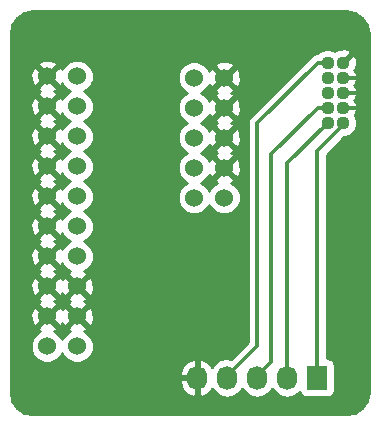
<source format=gbl>
%TF.GenerationSoftware,KiCad,Pcbnew,4.0.5-e0-6337~49~ubuntu16.04.1*%
%TF.CreationDate,2017-08-05T15:29:30-07:00*%
%TF.ProjectId,atsamd21g18-jtag-stlinkv2-adapter,617473616D6432316731382D6A746167,1.0*%
%TF.FileFunction,Copper,L2,Bot,Signal*%
%FSLAX46Y46*%
G04 Gerber Fmt 4.6, Leading zero omitted, Abs format (unit mm)*
G04 Created by KiCad (PCBNEW 4.0.5-e0-6337~49~ubuntu16.04.1) date Sat Aug  5 15:29:30 2017*
%MOMM*%
%LPD*%
G01*
G04 APERTURE LIST*
%ADD10C,0.350000*%
%ADD11R,1.727200X2.032000*%
%ADD12O,1.727200X2.032000*%
%ADD13C,1.524000*%
%ADD14C,1.117600*%
%ADD15C,0.330200*%
%ADD16C,0.254000*%
%ADD17C,0.350000*%
G04 APERTURE END LIST*
D10*
D11*
X100330000Y-90170000D03*
D12*
X97790000Y-90170000D03*
X95250000Y-90170000D03*
X92710000Y-90170000D03*
X90170000Y-90170000D03*
D13*
X89916000Y-74930000D03*
X89916000Y-72390000D03*
X89916000Y-69850000D03*
X89916000Y-67310000D03*
X89916000Y-64770000D03*
X92456000Y-74930000D03*
X92456000Y-72390000D03*
X92456000Y-69850000D03*
X92456000Y-67310000D03*
X92456000Y-64770000D03*
X77470000Y-87503000D03*
X77470000Y-84963000D03*
X77470000Y-82423000D03*
X77470000Y-79883000D03*
X77470000Y-77343000D03*
X80010000Y-87503000D03*
X80010000Y-84963000D03*
X80010000Y-82423000D03*
X80010000Y-79883000D03*
X80010000Y-77343000D03*
X80010000Y-67183000D03*
X77470000Y-69723000D03*
X77470000Y-67183000D03*
X77470000Y-64643000D03*
X80010000Y-69723000D03*
X80010000Y-64643000D03*
X80010000Y-72263000D03*
X77470000Y-74803000D03*
X77470000Y-72263000D03*
X80010000Y-74803000D03*
D14*
X101219000Y-68580000D03*
X102489000Y-68580000D03*
X101219000Y-67310000D03*
X102489000Y-67310000D03*
X101219000Y-66040000D03*
X102489000Y-66040000D03*
X101219000Y-64770000D03*
X102489000Y-64770000D03*
X101219000Y-63500000D03*
X102489000Y-63500000D03*
D15*
X100330000Y-90170000D02*
X100330000Y-70953886D01*
X100330000Y-70953886D02*
X102489000Y-68794886D01*
X102489000Y-68794886D02*
X102489000Y-68580000D01*
X102489000Y-67310000D02*
X104140000Y-67310000D01*
X102489000Y-66040000D02*
X104140000Y-66040000D01*
X102489000Y-64770000D02*
X104140000Y-64770000D01*
X97790000Y-90170000D02*
X97790000Y-72009000D01*
X97790000Y-72009000D02*
X101219000Y-68580000D01*
X100392817Y-67310000D02*
X101219000Y-67310000D01*
X96443800Y-71259017D02*
X100392817Y-67310000D01*
X96443800Y-88823800D02*
X96443800Y-71259017D01*
X95250000Y-90017600D02*
X96443800Y-88823800D01*
X95250000Y-90170000D02*
X95250000Y-90017600D01*
X95250000Y-87477600D02*
X95250000Y-68642817D01*
X95250000Y-68642817D02*
X100392817Y-63500000D01*
X100392817Y-63500000D02*
X101219000Y-63500000D01*
X92710000Y-90170000D02*
X92710000Y-90017600D01*
X92710000Y-90017600D02*
X95250000Y-87477600D01*
D16*
G36*
X103564520Y-59283282D02*
X104153304Y-59676696D01*
X104546719Y-60265482D01*
X104698800Y-61030044D01*
X104698800Y-91369956D01*
X104546719Y-92134518D01*
X104153304Y-92723304D01*
X103564520Y-93116718D01*
X102799955Y-93268800D01*
X76270044Y-93268800D01*
X75505482Y-93116719D01*
X74916696Y-92723304D01*
X74523282Y-92134520D01*
X74371200Y-91369955D01*
X74371200Y-90531913D01*
X88684816Y-90531913D01*
X88878046Y-91084320D01*
X89267964Y-91520732D01*
X89795209Y-91774709D01*
X89810974Y-91777358D01*
X90043000Y-91656217D01*
X90043000Y-90297000D01*
X88829076Y-90297000D01*
X88684816Y-90531913D01*
X74371200Y-90531913D01*
X74371200Y-89808087D01*
X88684816Y-89808087D01*
X88829076Y-90043000D01*
X90043000Y-90043000D01*
X90043000Y-88683783D01*
X90297000Y-88683783D01*
X90297000Y-90043000D01*
X90317000Y-90043000D01*
X90317000Y-90297000D01*
X90297000Y-90297000D01*
X90297000Y-91656217D01*
X90529026Y-91777358D01*
X90544791Y-91774709D01*
X91072036Y-91520732D01*
X91443539Y-91104931D01*
X91650330Y-91414415D01*
X92136511Y-91739271D01*
X92710000Y-91853345D01*
X93283489Y-91739271D01*
X93769670Y-91414415D01*
X93980000Y-91099634D01*
X94190330Y-91414415D01*
X94676511Y-91739271D01*
X95250000Y-91853345D01*
X95823489Y-91739271D01*
X96309670Y-91414415D01*
X96520000Y-91099634D01*
X96730330Y-91414415D01*
X97216511Y-91739271D01*
X97790000Y-91853345D01*
X98363489Y-91739271D01*
X98849670Y-91414415D01*
X98859243Y-91400087D01*
X98863238Y-91421317D01*
X99002310Y-91637441D01*
X99214510Y-91782431D01*
X99466400Y-91833440D01*
X101193600Y-91833440D01*
X101428917Y-91789162D01*
X101645041Y-91650090D01*
X101790031Y-91437890D01*
X101841040Y-91186000D01*
X101841040Y-89154000D01*
X101796762Y-88918683D01*
X101657690Y-88702559D01*
X101445490Y-88557569D01*
X101193600Y-88506560D01*
X101130100Y-88506560D01*
X101130100Y-71285298D01*
X102641464Y-69773934D01*
X102725420Y-69774007D01*
X103164350Y-69592645D01*
X103500464Y-69257116D01*
X103682592Y-68818503D01*
X103683007Y-68343580D01*
X103510211Y-67925381D01*
X103542999Y-67918795D01*
X103695744Y-67469105D01*
X103664774Y-66995193D01*
X103542999Y-66701205D01*
X103412531Y-66675000D01*
X103542999Y-66648795D01*
X103695744Y-66199105D01*
X103664774Y-65725193D01*
X103542999Y-65431205D01*
X103412531Y-65405000D01*
X103542999Y-65378795D01*
X103695744Y-64929105D01*
X103664774Y-64455193D01*
X103542999Y-64161205D01*
X103412531Y-64135000D01*
X103542999Y-64108795D01*
X103695744Y-63659105D01*
X103664774Y-63185193D01*
X103542999Y-62891205D01*
X103321824Y-62846781D01*
X102668605Y-63500000D01*
X102682748Y-63514143D01*
X102632622Y-63564268D01*
X102412732Y-63578638D01*
X102412916Y-63368194D01*
X102474858Y-63306253D01*
X102489000Y-63320395D01*
X103142219Y-62667176D01*
X103097795Y-62446001D01*
X102648105Y-62293256D01*
X102174193Y-62324226D01*
X101880205Y-62446001D01*
X101873544Y-62479163D01*
X101457503Y-62306408D01*
X100982580Y-62305993D01*
X100543650Y-62487355D01*
X100315286Y-62715322D01*
X100086632Y-62760804D01*
X99827061Y-62934244D01*
X94684244Y-68077061D01*
X94510804Y-68336632D01*
X94449900Y-68642817D01*
X94449900Y-87146188D01*
X93043163Y-88552925D01*
X92710000Y-88486655D01*
X92136511Y-88600729D01*
X91650330Y-88925585D01*
X91443539Y-89235069D01*
X91072036Y-88819268D01*
X90544791Y-88565291D01*
X90529026Y-88562642D01*
X90297000Y-88683783D01*
X90043000Y-88683783D01*
X89810974Y-88562642D01*
X89795209Y-88565291D01*
X89267964Y-88819268D01*
X88878046Y-89255680D01*
X88684816Y-89808087D01*
X74371200Y-89808087D01*
X74371200Y-87779661D01*
X76072758Y-87779661D01*
X76284990Y-88293303D01*
X76677630Y-88686629D01*
X77190900Y-88899757D01*
X77746661Y-88900242D01*
X78260303Y-88688010D01*
X78653629Y-88295370D01*
X78739949Y-88087488D01*
X78824990Y-88293303D01*
X79217630Y-88686629D01*
X79730900Y-88899757D01*
X80286661Y-88900242D01*
X80800303Y-88688010D01*
X81193629Y-88295370D01*
X81406757Y-87782100D01*
X81407242Y-87226339D01*
X81195010Y-86712697D01*
X80802370Y-86319371D01*
X80610273Y-86239605D01*
X80741143Y-86185397D01*
X80810608Y-85943213D01*
X80010000Y-85142605D01*
X79209392Y-85943213D01*
X79278857Y-86185397D01*
X79419318Y-86235509D01*
X79219697Y-86317990D01*
X78826371Y-86710630D01*
X78740051Y-86918512D01*
X78655010Y-86712697D01*
X78262370Y-86319371D01*
X78070273Y-86239605D01*
X78201143Y-86185397D01*
X78270608Y-85943213D01*
X77470000Y-85142605D01*
X76669392Y-85943213D01*
X76738857Y-86185397D01*
X76879318Y-86235509D01*
X76679697Y-86317990D01*
X76286371Y-86710630D01*
X76073243Y-87223900D01*
X76072758Y-87779661D01*
X74371200Y-87779661D01*
X74371200Y-84755302D01*
X76060856Y-84755302D01*
X76088638Y-85310368D01*
X76247603Y-85694143D01*
X76489787Y-85763608D01*
X77290395Y-84963000D01*
X77649605Y-84963000D01*
X78450213Y-85763608D01*
X78692397Y-85694143D01*
X78736453Y-85570656D01*
X78787603Y-85694143D01*
X79029787Y-85763608D01*
X79830395Y-84963000D01*
X80189605Y-84963000D01*
X80990213Y-85763608D01*
X81232397Y-85694143D01*
X81419144Y-85170698D01*
X81391362Y-84615632D01*
X81232397Y-84231857D01*
X80990213Y-84162392D01*
X80189605Y-84963000D01*
X79830395Y-84963000D01*
X79029787Y-84162392D01*
X78787603Y-84231857D01*
X78743547Y-84355344D01*
X78692397Y-84231857D01*
X78450213Y-84162392D01*
X77649605Y-84963000D01*
X77290395Y-84963000D01*
X76489787Y-84162392D01*
X76247603Y-84231857D01*
X76060856Y-84755302D01*
X74371200Y-84755302D01*
X74371200Y-83403213D01*
X76669392Y-83403213D01*
X76738857Y-83645397D01*
X76862344Y-83689453D01*
X76738857Y-83740603D01*
X76669392Y-83982787D01*
X77470000Y-84783395D01*
X78270608Y-83982787D01*
X78201143Y-83740603D01*
X78077656Y-83696547D01*
X78201143Y-83645397D01*
X78270608Y-83403213D01*
X79209392Y-83403213D01*
X79278857Y-83645397D01*
X79402344Y-83689453D01*
X79278857Y-83740603D01*
X79209392Y-83982787D01*
X80010000Y-84783395D01*
X80810608Y-83982787D01*
X80741143Y-83740603D01*
X80617656Y-83696547D01*
X80741143Y-83645397D01*
X80810608Y-83403213D01*
X80010000Y-82602605D01*
X79209392Y-83403213D01*
X78270608Y-83403213D01*
X77470000Y-82602605D01*
X76669392Y-83403213D01*
X74371200Y-83403213D01*
X74371200Y-82215302D01*
X76060856Y-82215302D01*
X76088638Y-82770368D01*
X76247603Y-83154143D01*
X76489787Y-83223608D01*
X77290395Y-82423000D01*
X77649605Y-82423000D01*
X78450213Y-83223608D01*
X78692397Y-83154143D01*
X78736453Y-83030656D01*
X78787603Y-83154143D01*
X79029787Y-83223608D01*
X79830395Y-82423000D01*
X80189605Y-82423000D01*
X80990213Y-83223608D01*
X81232397Y-83154143D01*
X81419144Y-82630698D01*
X81391362Y-82075632D01*
X81232397Y-81691857D01*
X80990213Y-81622392D01*
X80189605Y-82423000D01*
X79830395Y-82423000D01*
X79029787Y-81622392D01*
X78787603Y-81691857D01*
X78743547Y-81815344D01*
X78692397Y-81691857D01*
X78450213Y-81622392D01*
X77649605Y-82423000D01*
X77290395Y-82423000D01*
X76489787Y-81622392D01*
X76247603Y-81691857D01*
X76060856Y-82215302D01*
X74371200Y-82215302D01*
X74371200Y-80863213D01*
X76669392Y-80863213D01*
X76738857Y-81105397D01*
X76862344Y-81149453D01*
X76738857Y-81200603D01*
X76669392Y-81442787D01*
X77470000Y-82243395D01*
X78270608Y-81442787D01*
X78201143Y-81200603D01*
X78077656Y-81156547D01*
X78201143Y-81105397D01*
X78270608Y-80863213D01*
X77470000Y-80062605D01*
X76669392Y-80863213D01*
X74371200Y-80863213D01*
X74371200Y-79675302D01*
X76060856Y-79675302D01*
X76088638Y-80230368D01*
X76247603Y-80614143D01*
X76489787Y-80683608D01*
X77290395Y-79883000D01*
X76489787Y-79082392D01*
X76247603Y-79151857D01*
X76060856Y-79675302D01*
X74371200Y-79675302D01*
X74371200Y-78323213D01*
X76669392Y-78323213D01*
X76738857Y-78565397D01*
X76862344Y-78609453D01*
X76738857Y-78660603D01*
X76669392Y-78902787D01*
X77470000Y-79703395D01*
X78270608Y-78902787D01*
X78201143Y-78660603D01*
X78077656Y-78616547D01*
X78201143Y-78565397D01*
X78270608Y-78323213D01*
X77470000Y-77522605D01*
X76669392Y-78323213D01*
X74371200Y-78323213D01*
X74371200Y-77135302D01*
X76060856Y-77135302D01*
X76088638Y-77690368D01*
X76247603Y-78074143D01*
X76489787Y-78143608D01*
X77290395Y-77343000D01*
X76489787Y-76542392D01*
X76247603Y-76611857D01*
X76060856Y-77135302D01*
X74371200Y-77135302D01*
X74371200Y-75783213D01*
X76669392Y-75783213D01*
X76738857Y-76025397D01*
X76862344Y-76069453D01*
X76738857Y-76120603D01*
X76669392Y-76362787D01*
X77470000Y-77163395D01*
X78270608Y-76362787D01*
X78201143Y-76120603D01*
X78077656Y-76076547D01*
X78201143Y-76025397D01*
X78270608Y-75783213D01*
X77470000Y-74982605D01*
X76669392Y-75783213D01*
X74371200Y-75783213D01*
X74371200Y-74595302D01*
X76060856Y-74595302D01*
X76088638Y-75150368D01*
X76247603Y-75534143D01*
X76489787Y-75603608D01*
X77290395Y-74803000D01*
X76489787Y-74002392D01*
X76247603Y-74071857D01*
X76060856Y-74595302D01*
X74371200Y-74595302D01*
X74371200Y-73243213D01*
X76669392Y-73243213D01*
X76738857Y-73485397D01*
X76862344Y-73529453D01*
X76738857Y-73580603D01*
X76669392Y-73822787D01*
X77470000Y-74623395D01*
X78270608Y-73822787D01*
X78201143Y-73580603D01*
X78077656Y-73536547D01*
X78201143Y-73485397D01*
X78270608Y-73243213D01*
X77470000Y-72442605D01*
X76669392Y-73243213D01*
X74371200Y-73243213D01*
X74371200Y-72055302D01*
X76060856Y-72055302D01*
X76088638Y-72610368D01*
X76247603Y-72994143D01*
X76489787Y-73063608D01*
X77290395Y-72263000D01*
X76489787Y-71462392D01*
X76247603Y-71531857D01*
X76060856Y-72055302D01*
X74371200Y-72055302D01*
X74371200Y-70703213D01*
X76669392Y-70703213D01*
X76738857Y-70945397D01*
X76862344Y-70989453D01*
X76738857Y-71040603D01*
X76669392Y-71282787D01*
X77470000Y-72083395D01*
X78270608Y-71282787D01*
X78201143Y-71040603D01*
X78077656Y-70996547D01*
X78201143Y-70945397D01*
X78270608Y-70703213D01*
X77470000Y-69902605D01*
X76669392Y-70703213D01*
X74371200Y-70703213D01*
X74371200Y-69515302D01*
X76060856Y-69515302D01*
X76088638Y-70070368D01*
X76247603Y-70454143D01*
X76489787Y-70523608D01*
X77290395Y-69723000D01*
X76489787Y-68922392D01*
X76247603Y-68991857D01*
X76060856Y-69515302D01*
X74371200Y-69515302D01*
X74371200Y-68163213D01*
X76669392Y-68163213D01*
X76738857Y-68405397D01*
X76862344Y-68449453D01*
X76738857Y-68500603D01*
X76669392Y-68742787D01*
X77470000Y-69543395D01*
X78270608Y-68742787D01*
X78201143Y-68500603D01*
X78077656Y-68456547D01*
X78201143Y-68405397D01*
X78270608Y-68163213D01*
X77470000Y-67362605D01*
X76669392Y-68163213D01*
X74371200Y-68163213D01*
X74371200Y-66975302D01*
X76060856Y-66975302D01*
X76088638Y-67530368D01*
X76247603Y-67914143D01*
X76489787Y-67983608D01*
X77290395Y-67183000D01*
X76489787Y-66382392D01*
X76247603Y-66451857D01*
X76060856Y-66975302D01*
X74371200Y-66975302D01*
X74371200Y-65623213D01*
X76669392Y-65623213D01*
X76738857Y-65865397D01*
X76862344Y-65909453D01*
X76738857Y-65960603D01*
X76669392Y-66202787D01*
X77470000Y-67003395D01*
X78270608Y-66202787D01*
X78201143Y-65960603D01*
X78077656Y-65916547D01*
X78201143Y-65865397D01*
X78270608Y-65623213D01*
X77470000Y-64822605D01*
X76669392Y-65623213D01*
X74371200Y-65623213D01*
X74371200Y-64435302D01*
X76060856Y-64435302D01*
X76088638Y-64990368D01*
X76247603Y-65374143D01*
X76489787Y-65443608D01*
X77290395Y-64643000D01*
X77649605Y-64643000D01*
X78450213Y-65443608D01*
X78692397Y-65374143D01*
X78742509Y-65233682D01*
X78824990Y-65433303D01*
X79217630Y-65826629D01*
X79425512Y-65912949D01*
X79219697Y-65997990D01*
X78826371Y-66390630D01*
X78746605Y-66582727D01*
X78692397Y-66451857D01*
X78450213Y-66382392D01*
X77649605Y-67183000D01*
X78450213Y-67983608D01*
X78692397Y-67914143D01*
X78742509Y-67773682D01*
X78824990Y-67973303D01*
X79217630Y-68366629D01*
X79425512Y-68452949D01*
X79219697Y-68537990D01*
X78826371Y-68930630D01*
X78746605Y-69122727D01*
X78692397Y-68991857D01*
X78450213Y-68922392D01*
X77649605Y-69723000D01*
X78450213Y-70523608D01*
X78692397Y-70454143D01*
X78742509Y-70313682D01*
X78824990Y-70513303D01*
X79217630Y-70906629D01*
X79425512Y-70992949D01*
X79219697Y-71077990D01*
X78826371Y-71470630D01*
X78746605Y-71662727D01*
X78692397Y-71531857D01*
X78450213Y-71462392D01*
X77649605Y-72263000D01*
X78450213Y-73063608D01*
X78692397Y-72994143D01*
X78742509Y-72853682D01*
X78824990Y-73053303D01*
X79217630Y-73446629D01*
X79425512Y-73532949D01*
X79219697Y-73617990D01*
X78826371Y-74010630D01*
X78746605Y-74202727D01*
X78692397Y-74071857D01*
X78450213Y-74002392D01*
X77649605Y-74803000D01*
X78450213Y-75603608D01*
X78692397Y-75534143D01*
X78742509Y-75393682D01*
X78824990Y-75593303D01*
X79217630Y-75986629D01*
X79425512Y-76072949D01*
X79219697Y-76157990D01*
X78826371Y-76550630D01*
X78746605Y-76742727D01*
X78692397Y-76611857D01*
X78450213Y-76542392D01*
X77649605Y-77343000D01*
X78450213Y-78143608D01*
X78692397Y-78074143D01*
X78742509Y-77933682D01*
X78824990Y-78133303D01*
X79217630Y-78526629D01*
X79425512Y-78612949D01*
X79219697Y-78697990D01*
X78826371Y-79090630D01*
X78746605Y-79282727D01*
X78692397Y-79151857D01*
X78450213Y-79082392D01*
X77649605Y-79883000D01*
X78450213Y-80683608D01*
X78692397Y-80614143D01*
X78742509Y-80473682D01*
X78824990Y-80673303D01*
X79217630Y-81066629D01*
X79409727Y-81146395D01*
X79278857Y-81200603D01*
X79209392Y-81442787D01*
X80010000Y-82243395D01*
X80810608Y-81442787D01*
X80741143Y-81200603D01*
X80600682Y-81150491D01*
X80800303Y-81068010D01*
X81193629Y-80675370D01*
X81406757Y-80162100D01*
X81407242Y-79606339D01*
X81195010Y-79092697D01*
X80802370Y-78699371D01*
X80594488Y-78613051D01*
X80800303Y-78528010D01*
X81193629Y-78135370D01*
X81406757Y-77622100D01*
X81407242Y-77066339D01*
X81195010Y-76552697D01*
X80802370Y-76159371D01*
X80594488Y-76073051D01*
X80800303Y-75988010D01*
X81193629Y-75595370D01*
X81406757Y-75082100D01*
X81407242Y-74526339D01*
X81195010Y-74012697D01*
X80802370Y-73619371D01*
X80594488Y-73533051D01*
X80800303Y-73448010D01*
X81193629Y-73055370D01*
X81406757Y-72542100D01*
X81407242Y-71986339D01*
X81195010Y-71472697D01*
X80802370Y-71079371D01*
X80594488Y-70993051D01*
X80800303Y-70908010D01*
X81193629Y-70515370D01*
X81406757Y-70002100D01*
X81407242Y-69446339D01*
X81195010Y-68932697D01*
X80802370Y-68539371D01*
X80594488Y-68453051D01*
X80800303Y-68368010D01*
X81193629Y-67975370D01*
X81406757Y-67462100D01*
X81407242Y-66906339D01*
X81195010Y-66392697D01*
X80802370Y-65999371D01*
X80594488Y-65913051D01*
X80800303Y-65828010D01*
X81193629Y-65435370D01*
X81355034Y-65046661D01*
X88518758Y-65046661D01*
X88730990Y-65560303D01*
X89123630Y-65953629D01*
X89331512Y-66039949D01*
X89125697Y-66124990D01*
X88732371Y-66517630D01*
X88519243Y-67030900D01*
X88518758Y-67586661D01*
X88730990Y-68100303D01*
X89123630Y-68493629D01*
X89331512Y-68579949D01*
X89125697Y-68664990D01*
X88732371Y-69057630D01*
X88519243Y-69570900D01*
X88518758Y-70126661D01*
X88730990Y-70640303D01*
X89123630Y-71033629D01*
X89331512Y-71119949D01*
X89125697Y-71204990D01*
X88732371Y-71597630D01*
X88519243Y-72110900D01*
X88518758Y-72666661D01*
X88730990Y-73180303D01*
X89123630Y-73573629D01*
X89331512Y-73659949D01*
X89125697Y-73744990D01*
X88732371Y-74137630D01*
X88519243Y-74650900D01*
X88518758Y-75206661D01*
X88730990Y-75720303D01*
X89123630Y-76113629D01*
X89636900Y-76326757D01*
X90192661Y-76327242D01*
X90706303Y-76115010D01*
X91099629Y-75722370D01*
X91185949Y-75514488D01*
X91270990Y-75720303D01*
X91663630Y-76113629D01*
X92176900Y-76326757D01*
X92732661Y-76327242D01*
X93246303Y-76115010D01*
X93639629Y-75722370D01*
X93852757Y-75209100D01*
X93853242Y-74653339D01*
X93641010Y-74139697D01*
X93248370Y-73746371D01*
X93056273Y-73666605D01*
X93187143Y-73612397D01*
X93256608Y-73370213D01*
X92456000Y-72569605D01*
X91655392Y-73370213D01*
X91724857Y-73612397D01*
X91865318Y-73662509D01*
X91665697Y-73744990D01*
X91272371Y-74137630D01*
X91186051Y-74345512D01*
X91101010Y-74139697D01*
X90708370Y-73746371D01*
X90500488Y-73660051D01*
X90706303Y-73575010D01*
X91099629Y-73182370D01*
X91179395Y-72990273D01*
X91233603Y-73121143D01*
X91475787Y-73190608D01*
X92276395Y-72390000D01*
X92635605Y-72390000D01*
X93436213Y-73190608D01*
X93678397Y-73121143D01*
X93865144Y-72597698D01*
X93837362Y-72042632D01*
X93678397Y-71658857D01*
X93436213Y-71589392D01*
X92635605Y-72390000D01*
X92276395Y-72390000D01*
X91475787Y-71589392D01*
X91233603Y-71658857D01*
X91183491Y-71799318D01*
X91101010Y-71599697D01*
X90708370Y-71206371D01*
X90500488Y-71120051D01*
X90706303Y-71035010D01*
X90911457Y-70830213D01*
X91655392Y-70830213D01*
X91724857Y-71072397D01*
X91848344Y-71116453D01*
X91724857Y-71167603D01*
X91655392Y-71409787D01*
X92456000Y-72210395D01*
X93256608Y-71409787D01*
X93187143Y-71167603D01*
X93063656Y-71123547D01*
X93187143Y-71072397D01*
X93256608Y-70830213D01*
X92456000Y-70029605D01*
X91655392Y-70830213D01*
X90911457Y-70830213D01*
X91099629Y-70642370D01*
X91179395Y-70450273D01*
X91233603Y-70581143D01*
X91475787Y-70650608D01*
X92276395Y-69850000D01*
X92635605Y-69850000D01*
X93436213Y-70650608D01*
X93678397Y-70581143D01*
X93865144Y-70057698D01*
X93837362Y-69502632D01*
X93678397Y-69118857D01*
X93436213Y-69049392D01*
X92635605Y-69850000D01*
X92276395Y-69850000D01*
X91475787Y-69049392D01*
X91233603Y-69118857D01*
X91183491Y-69259318D01*
X91101010Y-69059697D01*
X90708370Y-68666371D01*
X90500488Y-68580051D01*
X90706303Y-68495010D01*
X90911457Y-68290213D01*
X91655392Y-68290213D01*
X91724857Y-68532397D01*
X91848344Y-68576453D01*
X91724857Y-68627603D01*
X91655392Y-68869787D01*
X92456000Y-69670395D01*
X93256608Y-68869787D01*
X93187143Y-68627603D01*
X93063656Y-68583547D01*
X93187143Y-68532397D01*
X93256608Y-68290213D01*
X92456000Y-67489605D01*
X91655392Y-68290213D01*
X90911457Y-68290213D01*
X91099629Y-68102370D01*
X91179395Y-67910273D01*
X91233603Y-68041143D01*
X91475787Y-68110608D01*
X92276395Y-67310000D01*
X92635605Y-67310000D01*
X93436213Y-68110608D01*
X93678397Y-68041143D01*
X93865144Y-67517698D01*
X93837362Y-66962632D01*
X93678397Y-66578857D01*
X93436213Y-66509392D01*
X92635605Y-67310000D01*
X92276395Y-67310000D01*
X91475787Y-66509392D01*
X91233603Y-66578857D01*
X91183491Y-66719318D01*
X91101010Y-66519697D01*
X90708370Y-66126371D01*
X90500488Y-66040051D01*
X90706303Y-65955010D01*
X90911457Y-65750213D01*
X91655392Y-65750213D01*
X91724857Y-65992397D01*
X91848344Y-66036453D01*
X91724857Y-66087603D01*
X91655392Y-66329787D01*
X92456000Y-67130395D01*
X93256608Y-66329787D01*
X93187143Y-66087603D01*
X93063656Y-66043547D01*
X93187143Y-65992397D01*
X93256608Y-65750213D01*
X92456000Y-64949605D01*
X91655392Y-65750213D01*
X90911457Y-65750213D01*
X91099629Y-65562370D01*
X91179395Y-65370273D01*
X91233603Y-65501143D01*
X91475787Y-65570608D01*
X92276395Y-64770000D01*
X92635605Y-64770000D01*
X93436213Y-65570608D01*
X93678397Y-65501143D01*
X93865144Y-64977698D01*
X93837362Y-64422632D01*
X93678397Y-64038857D01*
X93436213Y-63969392D01*
X92635605Y-64770000D01*
X92276395Y-64770000D01*
X91475787Y-63969392D01*
X91233603Y-64038857D01*
X91183491Y-64179318D01*
X91101010Y-63979697D01*
X90911432Y-63789787D01*
X91655392Y-63789787D01*
X92456000Y-64590395D01*
X93256608Y-63789787D01*
X93187143Y-63547603D01*
X92663698Y-63360856D01*
X92108632Y-63388638D01*
X91724857Y-63547603D01*
X91655392Y-63789787D01*
X90911432Y-63789787D01*
X90708370Y-63586371D01*
X90195100Y-63373243D01*
X89639339Y-63372758D01*
X89125697Y-63584990D01*
X88732371Y-63977630D01*
X88519243Y-64490900D01*
X88518758Y-65046661D01*
X81355034Y-65046661D01*
X81406757Y-64922100D01*
X81407242Y-64366339D01*
X81195010Y-63852697D01*
X80802370Y-63459371D01*
X80289100Y-63246243D01*
X79733339Y-63245758D01*
X79219697Y-63457990D01*
X78826371Y-63850630D01*
X78746605Y-64042727D01*
X78692397Y-63911857D01*
X78450213Y-63842392D01*
X77649605Y-64643000D01*
X77290395Y-64643000D01*
X76489787Y-63842392D01*
X76247603Y-63911857D01*
X76060856Y-64435302D01*
X74371200Y-64435302D01*
X74371200Y-63662787D01*
X76669392Y-63662787D01*
X77470000Y-64463395D01*
X78270608Y-63662787D01*
X78201143Y-63420603D01*
X77677698Y-63233856D01*
X77122632Y-63261638D01*
X76738857Y-63420603D01*
X76669392Y-63662787D01*
X74371200Y-63662787D01*
X74371200Y-61030045D01*
X74523282Y-60265480D01*
X74916696Y-59676696D01*
X75505482Y-59283281D01*
X76270044Y-59131200D01*
X102799955Y-59131200D01*
X103564520Y-59283282D01*
X103564520Y-59283282D01*
G37*
X103564520Y-59283282D02*
X104153304Y-59676696D01*
X104546719Y-60265482D01*
X104698800Y-61030044D01*
X104698800Y-91369956D01*
X104546719Y-92134518D01*
X104153304Y-92723304D01*
X103564520Y-93116718D01*
X102799955Y-93268800D01*
X76270044Y-93268800D01*
X75505482Y-93116719D01*
X74916696Y-92723304D01*
X74523282Y-92134520D01*
X74371200Y-91369955D01*
X74371200Y-90531913D01*
X88684816Y-90531913D01*
X88878046Y-91084320D01*
X89267964Y-91520732D01*
X89795209Y-91774709D01*
X89810974Y-91777358D01*
X90043000Y-91656217D01*
X90043000Y-90297000D01*
X88829076Y-90297000D01*
X88684816Y-90531913D01*
X74371200Y-90531913D01*
X74371200Y-89808087D01*
X88684816Y-89808087D01*
X88829076Y-90043000D01*
X90043000Y-90043000D01*
X90043000Y-88683783D01*
X90297000Y-88683783D01*
X90297000Y-90043000D01*
X90317000Y-90043000D01*
X90317000Y-90297000D01*
X90297000Y-90297000D01*
X90297000Y-91656217D01*
X90529026Y-91777358D01*
X90544791Y-91774709D01*
X91072036Y-91520732D01*
X91443539Y-91104931D01*
X91650330Y-91414415D01*
X92136511Y-91739271D01*
X92710000Y-91853345D01*
X93283489Y-91739271D01*
X93769670Y-91414415D01*
X93980000Y-91099634D01*
X94190330Y-91414415D01*
X94676511Y-91739271D01*
X95250000Y-91853345D01*
X95823489Y-91739271D01*
X96309670Y-91414415D01*
X96520000Y-91099634D01*
X96730330Y-91414415D01*
X97216511Y-91739271D01*
X97790000Y-91853345D01*
X98363489Y-91739271D01*
X98849670Y-91414415D01*
X98859243Y-91400087D01*
X98863238Y-91421317D01*
X99002310Y-91637441D01*
X99214510Y-91782431D01*
X99466400Y-91833440D01*
X101193600Y-91833440D01*
X101428917Y-91789162D01*
X101645041Y-91650090D01*
X101790031Y-91437890D01*
X101841040Y-91186000D01*
X101841040Y-89154000D01*
X101796762Y-88918683D01*
X101657690Y-88702559D01*
X101445490Y-88557569D01*
X101193600Y-88506560D01*
X101130100Y-88506560D01*
X101130100Y-71285298D01*
X102641464Y-69773934D01*
X102725420Y-69774007D01*
X103164350Y-69592645D01*
X103500464Y-69257116D01*
X103682592Y-68818503D01*
X103683007Y-68343580D01*
X103510211Y-67925381D01*
X103542999Y-67918795D01*
X103695744Y-67469105D01*
X103664774Y-66995193D01*
X103542999Y-66701205D01*
X103412531Y-66675000D01*
X103542999Y-66648795D01*
X103695744Y-66199105D01*
X103664774Y-65725193D01*
X103542999Y-65431205D01*
X103412531Y-65405000D01*
X103542999Y-65378795D01*
X103695744Y-64929105D01*
X103664774Y-64455193D01*
X103542999Y-64161205D01*
X103412531Y-64135000D01*
X103542999Y-64108795D01*
X103695744Y-63659105D01*
X103664774Y-63185193D01*
X103542999Y-62891205D01*
X103321824Y-62846781D01*
X102668605Y-63500000D01*
X102682748Y-63514143D01*
X102632622Y-63564268D01*
X102412732Y-63578638D01*
X102412916Y-63368194D01*
X102474858Y-63306253D01*
X102489000Y-63320395D01*
X103142219Y-62667176D01*
X103097795Y-62446001D01*
X102648105Y-62293256D01*
X102174193Y-62324226D01*
X101880205Y-62446001D01*
X101873544Y-62479163D01*
X101457503Y-62306408D01*
X100982580Y-62305993D01*
X100543650Y-62487355D01*
X100315286Y-62715322D01*
X100086632Y-62760804D01*
X99827061Y-62934244D01*
X94684244Y-68077061D01*
X94510804Y-68336632D01*
X94449900Y-68642817D01*
X94449900Y-87146188D01*
X93043163Y-88552925D01*
X92710000Y-88486655D01*
X92136511Y-88600729D01*
X91650330Y-88925585D01*
X91443539Y-89235069D01*
X91072036Y-88819268D01*
X90544791Y-88565291D01*
X90529026Y-88562642D01*
X90297000Y-88683783D01*
X90043000Y-88683783D01*
X89810974Y-88562642D01*
X89795209Y-88565291D01*
X89267964Y-88819268D01*
X88878046Y-89255680D01*
X88684816Y-89808087D01*
X74371200Y-89808087D01*
X74371200Y-87779661D01*
X76072758Y-87779661D01*
X76284990Y-88293303D01*
X76677630Y-88686629D01*
X77190900Y-88899757D01*
X77746661Y-88900242D01*
X78260303Y-88688010D01*
X78653629Y-88295370D01*
X78739949Y-88087488D01*
X78824990Y-88293303D01*
X79217630Y-88686629D01*
X79730900Y-88899757D01*
X80286661Y-88900242D01*
X80800303Y-88688010D01*
X81193629Y-88295370D01*
X81406757Y-87782100D01*
X81407242Y-87226339D01*
X81195010Y-86712697D01*
X80802370Y-86319371D01*
X80610273Y-86239605D01*
X80741143Y-86185397D01*
X80810608Y-85943213D01*
X80010000Y-85142605D01*
X79209392Y-85943213D01*
X79278857Y-86185397D01*
X79419318Y-86235509D01*
X79219697Y-86317990D01*
X78826371Y-86710630D01*
X78740051Y-86918512D01*
X78655010Y-86712697D01*
X78262370Y-86319371D01*
X78070273Y-86239605D01*
X78201143Y-86185397D01*
X78270608Y-85943213D01*
X77470000Y-85142605D01*
X76669392Y-85943213D01*
X76738857Y-86185397D01*
X76879318Y-86235509D01*
X76679697Y-86317990D01*
X76286371Y-86710630D01*
X76073243Y-87223900D01*
X76072758Y-87779661D01*
X74371200Y-87779661D01*
X74371200Y-84755302D01*
X76060856Y-84755302D01*
X76088638Y-85310368D01*
X76247603Y-85694143D01*
X76489787Y-85763608D01*
X77290395Y-84963000D01*
X77649605Y-84963000D01*
X78450213Y-85763608D01*
X78692397Y-85694143D01*
X78736453Y-85570656D01*
X78787603Y-85694143D01*
X79029787Y-85763608D01*
X79830395Y-84963000D01*
X80189605Y-84963000D01*
X80990213Y-85763608D01*
X81232397Y-85694143D01*
X81419144Y-85170698D01*
X81391362Y-84615632D01*
X81232397Y-84231857D01*
X80990213Y-84162392D01*
X80189605Y-84963000D01*
X79830395Y-84963000D01*
X79029787Y-84162392D01*
X78787603Y-84231857D01*
X78743547Y-84355344D01*
X78692397Y-84231857D01*
X78450213Y-84162392D01*
X77649605Y-84963000D01*
X77290395Y-84963000D01*
X76489787Y-84162392D01*
X76247603Y-84231857D01*
X76060856Y-84755302D01*
X74371200Y-84755302D01*
X74371200Y-83403213D01*
X76669392Y-83403213D01*
X76738857Y-83645397D01*
X76862344Y-83689453D01*
X76738857Y-83740603D01*
X76669392Y-83982787D01*
X77470000Y-84783395D01*
X78270608Y-83982787D01*
X78201143Y-83740603D01*
X78077656Y-83696547D01*
X78201143Y-83645397D01*
X78270608Y-83403213D01*
X79209392Y-83403213D01*
X79278857Y-83645397D01*
X79402344Y-83689453D01*
X79278857Y-83740603D01*
X79209392Y-83982787D01*
X80010000Y-84783395D01*
X80810608Y-83982787D01*
X80741143Y-83740603D01*
X80617656Y-83696547D01*
X80741143Y-83645397D01*
X80810608Y-83403213D01*
X80010000Y-82602605D01*
X79209392Y-83403213D01*
X78270608Y-83403213D01*
X77470000Y-82602605D01*
X76669392Y-83403213D01*
X74371200Y-83403213D01*
X74371200Y-82215302D01*
X76060856Y-82215302D01*
X76088638Y-82770368D01*
X76247603Y-83154143D01*
X76489787Y-83223608D01*
X77290395Y-82423000D01*
X77649605Y-82423000D01*
X78450213Y-83223608D01*
X78692397Y-83154143D01*
X78736453Y-83030656D01*
X78787603Y-83154143D01*
X79029787Y-83223608D01*
X79830395Y-82423000D01*
X80189605Y-82423000D01*
X80990213Y-83223608D01*
X81232397Y-83154143D01*
X81419144Y-82630698D01*
X81391362Y-82075632D01*
X81232397Y-81691857D01*
X80990213Y-81622392D01*
X80189605Y-82423000D01*
X79830395Y-82423000D01*
X79029787Y-81622392D01*
X78787603Y-81691857D01*
X78743547Y-81815344D01*
X78692397Y-81691857D01*
X78450213Y-81622392D01*
X77649605Y-82423000D01*
X77290395Y-82423000D01*
X76489787Y-81622392D01*
X76247603Y-81691857D01*
X76060856Y-82215302D01*
X74371200Y-82215302D01*
X74371200Y-80863213D01*
X76669392Y-80863213D01*
X76738857Y-81105397D01*
X76862344Y-81149453D01*
X76738857Y-81200603D01*
X76669392Y-81442787D01*
X77470000Y-82243395D01*
X78270608Y-81442787D01*
X78201143Y-81200603D01*
X78077656Y-81156547D01*
X78201143Y-81105397D01*
X78270608Y-80863213D01*
X77470000Y-80062605D01*
X76669392Y-80863213D01*
X74371200Y-80863213D01*
X74371200Y-79675302D01*
X76060856Y-79675302D01*
X76088638Y-80230368D01*
X76247603Y-80614143D01*
X76489787Y-80683608D01*
X77290395Y-79883000D01*
X76489787Y-79082392D01*
X76247603Y-79151857D01*
X76060856Y-79675302D01*
X74371200Y-79675302D01*
X74371200Y-78323213D01*
X76669392Y-78323213D01*
X76738857Y-78565397D01*
X76862344Y-78609453D01*
X76738857Y-78660603D01*
X76669392Y-78902787D01*
X77470000Y-79703395D01*
X78270608Y-78902787D01*
X78201143Y-78660603D01*
X78077656Y-78616547D01*
X78201143Y-78565397D01*
X78270608Y-78323213D01*
X77470000Y-77522605D01*
X76669392Y-78323213D01*
X74371200Y-78323213D01*
X74371200Y-77135302D01*
X76060856Y-77135302D01*
X76088638Y-77690368D01*
X76247603Y-78074143D01*
X76489787Y-78143608D01*
X77290395Y-77343000D01*
X76489787Y-76542392D01*
X76247603Y-76611857D01*
X76060856Y-77135302D01*
X74371200Y-77135302D01*
X74371200Y-75783213D01*
X76669392Y-75783213D01*
X76738857Y-76025397D01*
X76862344Y-76069453D01*
X76738857Y-76120603D01*
X76669392Y-76362787D01*
X77470000Y-77163395D01*
X78270608Y-76362787D01*
X78201143Y-76120603D01*
X78077656Y-76076547D01*
X78201143Y-76025397D01*
X78270608Y-75783213D01*
X77470000Y-74982605D01*
X76669392Y-75783213D01*
X74371200Y-75783213D01*
X74371200Y-74595302D01*
X76060856Y-74595302D01*
X76088638Y-75150368D01*
X76247603Y-75534143D01*
X76489787Y-75603608D01*
X77290395Y-74803000D01*
X76489787Y-74002392D01*
X76247603Y-74071857D01*
X76060856Y-74595302D01*
X74371200Y-74595302D01*
X74371200Y-73243213D01*
X76669392Y-73243213D01*
X76738857Y-73485397D01*
X76862344Y-73529453D01*
X76738857Y-73580603D01*
X76669392Y-73822787D01*
X77470000Y-74623395D01*
X78270608Y-73822787D01*
X78201143Y-73580603D01*
X78077656Y-73536547D01*
X78201143Y-73485397D01*
X78270608Y-73243213D01*
X77470000Y-72442605D01*
X76669392Y-73243213D01*
X74371200Y-73243213D01*
X74371200Y-72055302D01*
X76060856Y-72055302D01*
X76088638Y-72610368D01*
X76247603Y-72994143D01*
X76489787Y-73063608D01*
X77290395Y-72263000D01*
X76489787Y-71462392D01*
X76247603Y-71531857D01*
X76060856Y-72055302D01*
X74371200Y-72055302D01*
X74371200Y-70703213D01*
X76669392Y-70703213D01*
X76738857Y-70945397D01*
X76862344Y-70989453D01*
X76738857Y-71040603D01*
X76669392Y-71282787D01*
X77470000Y-72083395D01*
X78270608Y-71282787D01*
X78201143Y-71040603D01*
X78077656Y-70996547D01*
X78201143Y-70945397D01*
X78270608Y-70703213D01*
X77470000Y-69902605D01*
X76669392Y-70703213D01*
X74371200Y-70703213D01*
X74371200Y-69515302D01*
X76060856Y-69515302D01*
X76088638Y-70070368D01*
X76247603Y-70454143D01*
X76489787Y-70523608D01*
X77290395Y-69723000D01*
X76489787Y-68922392D01*
X76247603Y-68991857D01*
X76060856Y-69515302D01*
X74371200Y-69515302D01*
X74371200Y-68163213D01*
X76669392Y-68163213D01*
X76738857Y-68405397D01*
X76862344Y-68449453D01*
X76738857Y-68500603D01*
X76669392Y-68742787D01*
X77470000Y-69543395D01*
X78270608Y-68742787D01*
X78201143Y-68500603D01*
X78077656Y-68456547D01*
X78201143Y-68405397D01*
X78270608Y-68163213D01*
X77470000Y-67362605D01*
X76669392Y-68163213D01*
X74371200Y-68163213D01*
X74371200Y-66975302D01*
X76060856Y-66975302D01*
X76088638Y-67530368D01*
X76247603Y-67914143D01*
X76489787Y-67983608D01*
X77290395Y-67183000D01*
X76489787Y-66382392D01*
X76247603Y-66451857D01*
X76060856Y-66975302D01*
X74371200Y-66975302D01*
X74371200Y-65623213D01*
X76669392Y-65623213D01*
X76738857Y-65865397D01*
X76862344Y-65909453D01*
X76738857Y-65960603D01*
X76669392Y-66202787D01*
X77470000Y-67003395D01*
X78270608Y-66202787D01*
X78201143Y-65960603D01*
X78077656Y-65916547D01*
X78201143Y-65865397D01*
X78270608Y-65623213D01*
X77470000Y-64822605D01*
X76669392Y-65623213D01*
X74371200Y-65623213D01*
X74371200Y-64435302D01*
X76060856Y-64435302D01*
X76088638Y-64990368D01*
X76247603Y-65374143D01*
X76489787Y-65443608D01*
X77290395Y-64643000D01*
X77649605Y-64643000D01*
X78450213Y-65443608D01*
X78692397Y-65374143D01*
X78742509Y-65233682D01*
X78824990Y-65433303D01*
X79217630Y-65826629D01*
X79425512Y-65912949D01*
X79219697Y-65997990D01*
X78826371Y-66390630D01*
X78746605Y-66582727D01*
X78692397Y-66451857D01*
X78450213Y-66382392D01*
X77649605Y-67183000D01*
X78450213Y-67983608D01*
X78692397Y-67914143D01*
X78742509Y-67773682D01*
X78824990Y-67973303D01*
X79217630Y-68366629D01*
X79425512Y-68452949D01*
X79219697Y-68537990D01*
X78826371Y-68930630D01*
X78746605Y-69122727D01*
X78692397Y-68991857D01*
X78450213Y-68922392D01*
X77649605Y-69723000D01*
X78450213Y-70523608D01*
X78692397Y-70454143D01*
X78742509Y-70313682D01*
X78824990Y-70513303D01*
X79217630Y-70906629D01*
X79425512Y-70992949D01*
X79219697Y-71077990D01*
X78826371Y-71470630D01*
X78746605Y-71662727D01*
X78692397Y-71531857D01*
X78450213Y-71462392D01*
X77649605Y-72263000D01*
X78450213Y-73063608D01*
X78692397Y-72994143D01*
X78742509Y-72853682D01*
X78824990Y-73053303D01*
X79217630Y-73446629D01*
X79425512Y-73532949D01*
X79219697Y-73617990D01*
X78826371Y-74010630D01*
X78746605Y-74202727D01*
X78692397Y-74071857D01*
X78450213Y-74002392D01*
X77649605Y-74803000D01*
X78450213Y-75603608D01*
X78692397Y-75534143D01*
X78742509Y-75393682D01*
X78824990Y-75593303D01*
X79217630Y-75986629D01*
X79425512Y-76072949D01*
X79219697Y-76157990D01*
X78826371Y-76550630D01*
X78746605Y-76742727D01*
X78692397Y-76611857D01*
X78450213Y-76542392D01*
X77649605Y-77343000D01*
X78450213Y-78143608D01*
X78692397Y-78074143D01*
X78742509Y-77933682D01*
X78824990Y-78133303D01*
X79217630Y-78526629D01*
X79425512Y-78612949D01*
X79219697Y-78697990D01*
X78826371Y-79090630D01*
X78746605Y-79282727D01*
X78692397Y-79151857D01*
X78450213Y-79082392D01*
X77649605Y-79883000D01*
X78450213Y-80683608D01*
X78692397Y-80614143D01*
X78742509Y-80473682D01*
X78824990Y-80673303D01*
X79217630Y-81066629D01*
X79409727Y-81146395D01*
X79278857Y-81200603D01*
X79209392Y-81442787D01*
X80010000Y-82243395D01*
X80810608Y-81442787D01*
X80741143Y-81200603D01*
X80600682Y-81150491D01*
X80800303Y-81068010D01*
X81193629Y-80675370D01*
X81406757Y-80162100D01*
X81407242Y-79606339D01*
X81195010Y-79092697D01*
X80802370Y-78699371D01*
X80594488Y-78613051D01*
X80800303Y-78528010D01*
X81193629Y-78135370D01*
X81406757Y-77622100D01*
X81407242Y-77066339D01*
X81195010Y-76552697D01*
X80802370Y-76159371D01*
X80594488Y-76073051D01*
X80800303Y-75988010D01*
X81193629Y-75595370D01*
X81406757Y-75082100D01*
X81407242Y-74526339D01*
X81195010Y-74012697D01*
X80802370Y-73619371D01*
X80594488Y-73533051D01*
X80800303Y-73448010D01*
X81193629Y-73055370D01*
X81406757Y-72542100D01*
X81407242Y-71986339D01*
X81195010Y-71472697D01*
X80802370Y-71079371D01*
X80594488Y-70993051D01*
X80800303Y-70908010D01*
X81193629Y-70515370D01*
X81406757Y-70002100D01*
X81407242Y-69446339D01*
X81195010Y-68932697D01*
X80802370Y-68539371D01*
X80594488Y-68453051D01*
X80800303Y-68368010D01*
X81193629Y-67975370D01*
X81406757Y-67462100D01*
X81407242Y-66906339D01*
X81195010Y-66392697D01*
X80802370Y-65999371D01*
X80594488Y-65913051D01*
X80800303Y-65828010D01*
X81193629Y-65435370D01*
X81355034Y-65046661D01*
X88518758Y-65046661D01*
X88730990Y-65560303D01*
X89123630Y-65953629D01*
X89331512Y-66039949D01*
X89125697Y-66124990D01*
X88732371Y-66517630D01*
X88519243Y-67030900D01*
X88518758Y-67586661D01*
X88730990Y-68100303D01*
X89123630Y-68493629D01*
X89331512Y-68579949D01*
X89125697Y-68664990D01*
X88732371Y-69057630D01*
X88519243Y-69570900D01*
X88518758Y-70126661D01*
X88730990Y-70640303D01*
X89123630Y-71033629D01*
X89331512Y-71119949D01*
X89125697Y-71204990D01*
X88732371Y-71597630D01*
X88519243Y-72110900D01*
X88518758Y-72666661D01*
X88730990Y-73180303D01*
X89123630Y-73573629D01*
X89331512Y-73659949D01*
X89125697Y-73744990D01*
X88732371Y-74137630D01*
X88519243Y-74650900D01*
X88518758Y-75206661D01*
X88730990Y-75720303D01*
X89123630Y-76113629D01*
X89636900Y-76326757D01*
X90192661Y-76327242D01*
X90706303Y-76115010D01*
X91099629Y-75722370D01*
X91185949Y-75514488D01*
X91270990Y-75720303D01*
X91663630Y-76113629D01*
X92176900Y-76326757D01*
X92732661Y-76327242D01*
X93246303Y-76115010D01*
X93639629Y-75722370D01*
X93852757Y-75209100D01*
X93853242Y-74653339D01*
X93641010Y-74139697D01*
X93248370Y-73746371D01*
X93056273Y-73666605D01*
X93187143Y-73612397D01*
X93256608Y-73370213D01*
X92456000Y-72569605D01*
X91655392Y-73370213D01*
X91724857Y-73612397D01*
X91865318Y-73662509D01*
X91665697Y-73744990D01*
X91272371Y-74137630D01*
X91186051Y-74345512D01*
X91101010Y-74139697D01*
X90708370Y-73746371D01*
X90500488Y-73660051D01*
X90706303Y-73575010D01*
X91099629Y-73182370D01*
X91179395Y-72990273D01*
X91233603Y-73121143D01*
X91475787Y-73190608D01*
X92276395Y-72390000D01*
X92635605Y-72390000D01*
X93436213Y-73190608D01*
X93678397Y-73121143D01*
X93865144Y-72597698D01*
X93837362Y-72042632D01*
X93678397Y-71658857D01*
X93436213Y-71589392D01*
X92635605Y-72390000D01*
X92276395Y-72390000D01*
X91475787Y-71589392D01*
X91233603Y-71658857D01*
X91183491Y-71799318D01*
X91101010Y-71599697D01*
X90708370Y-71206371D01*
X90500488Y-71120051D01*
X90706303Y-71035010D01*
X90911457Y-70830213D01*
X91655392Y-70830213D01*
X91724857Y-71072397D01*
X91848344Y-71116453D01*
X91724857Y-71167603D01*
X91655392Y-71409787D01*
X92456000Y-72210395D01*
X93256608Y-71409787D01*
X93187143Y-71167603D01*
X93063656Y-71123547D01*
X93187143Y-71072397D01*
X93256608Y-70830213D01*
X92456000Y-70029605D01*
X91655392Y-70830213D01*
X90911457Y-70830213D01*
X91099629Y-70642370D01*
X91179395Y-70450273D01*
X91233603Y-70581143D01*
X91475787Y-70650608D01*
X92276395Y-69850000D01*
X92635605Y-69850000D01*
X93436213Y-70650608D01*
X93678397Y-70581143D01*
X93865144Y-70057698D01*
X93837362Y-69502632D01*
X93678397Y-69118857D01*
X93436213Y-69049392D01*
X92635605Y-69850000D01*
X92276395Y-69850000D01*
X91475787Y-69049392D01*
X91233603Y-69118857D01*
X91183491Y-69259318D01*
X91101010Y-69059697D01*
X90708370Y-68666371D01*
X90500488Y-68580051D01*
X90706303Y-68495010D01*
X90911457Y-68290213D01*
X91655392Y-68290213D01*
X91724857Y-68532397D01*
X91848344Y-68576453D01*
X91724857Y-68627603D01*
X91655392Y-68869787D01*
X92456000Y-69670395D01*
X93256608Y-68869787D01*
X93187143Y-68627603D01*
X93063656Y-68583547D01*
X93187143Y-68532397D01*
X93256608Y-68290213D01*
X92456000Y-67489605D01*
X91655392Y-68290213D01*
X90911457Y-68290213D01*
X91099629Y-68102370D01*
X91179395Y-67910273D01*
X91233603Y-68041143D01*
X91475787Y-68110608D01*
X92276395Y-67310000D01*
X92635605Y-67310000D01*
X93436213Y-68110608D01*
X93678397Y-68041143D01*
X93865144Y-67517698D01*
X93837362Y-66962632D01*
X93678397Y-66578857D01*
X93436213Y-66509392D01*
X92635605Y-67310000D01*
X92276395Y-67310000D01*
X91475787Y-66509392D01*
X91233603Y-66578857D01*
X91183491Y-66719318D01*
X91101010Y-66519697D01*
X90708370Y-66126371D01*
X90500488Y-66040051D01*
X90706303Y-65955010D01*
X90911457Y-65750213D01*
X91655392Y-65750213D01*
X91724857Y-65992397D01*
X91848344Y-66036453D01*
X91724857Y-66087603D01*
X91655392Y-66329787D01*
X92456000Y-67130395D01*
X93256608Y-66329787D01*
X93187143Y-66087603D01*
X93063656Y-66043547D01*
X93187143Y-65992397D01*
X93256608Y-65750213D01*
X92456000Y-64949605D01*
X91655392Y-65750213D01*
X90911457Y-65750213D01*
X91099629Y-65562370D01*
X91179395Y-65370273D01*
X91233603Y-65501143D01*
X91475787Y-65570608D01*
X92276395Y-64770000D01*
X92635605Y-64770000D01*
X93436213Y-65570608D01*
X93678397Y-65501143D01*
X93865144Y-64977698D01*
X93837362Y-64422632D01*
X93678397Y-64038857D01*
X93436213Y-63969392D01*
X92635605Y-64770000D01*
X92276395Y-64770000D01*
X91475787Y-63969392D01*
X91233603Y-64038857D01*
X91183491Y-64179318D01*
X91101010Y-63979697D01*
X90911432Y-63789787D01*
X91655392Y-63789787D01*
X92456000Y-64590395D01*
X93256608Y-63789787D01*
X93187143Y-63547603D01*
X92663698Y-63360856D01*
X92108632Y-63388638D01*
X91724857Y-63547603D01*
X91655392Y-63789787D01*
X90911432Y-63789787D01*
X90708370Y-63586371D01*
X90195100Y-63373243D01*
X89639339Y-63372758D01*
X89125697Y-63584990D01*
X88732371Y-63977630D01*
X88519243Y-64490900D01*
X88518758Y-65046661D01*
X81355034Y-65046661D01*
X81406757Y-64922100D01*
X81407242Y-64366339D01*
X81195010Y-63852697D01*
X80802370Y-63459371D01*
X80289100Y-63246243D01*
X79733339Y-63245758D01*
X79219697Y-63457990D01*
X78826371Y-63850630D01*
X78746605Y-64042727D01*
X78692397Y-63911857D01*
X78450213Y-63842392D01*
X77649605Y-64643000D01*
X77290395Y-64643000D01*
X76489787Y-63842392D01*
X76247603Y-63911857D01*
X76060856Y-64435302D01*
X74371200Y-64435302D01*
X74371200Y-63662787D01*
X76669392Y-63662787D01*
X77470000Y-64463395D01*
X78270608Y-63662787D01*
X78201143Y-63420603D01*
X77677698Y-63233856D01*
X77122632Y-63261638D01*
X76738857Y-63420603D01*
X76669392Y-63662787D01*
X74371200Y-63662787D01*
X74371200Y-61030045D01*
X74523282Y-60265480D01*
X74916696Y-59676696D01*
X75505482Y-59283281D01*
X76270044Y-59131200D01*
X102799955Y-59131200D01*
X103564520Y-59283282D01*
G36*
X102682748Y-67295858D02*
X102668605Y-67310000D01*
X102682748Y-67324143D01*
X102620575Y-67386315D01*
X102412734Y-67386133D01*
X102412860Y-67241322D01*
X102615002Y-67228112D01*
X102682748Y-67295858D01*
X102682748Y-67295858D01*
G37*
X102682748Y-67295858D02*
X102668605Y-67310000D01*
X102682748Y-67324143D01*
X102620575Y-67386315D01*
X102412734Y-67386133D01*
X102412860Y-67241322D01*
X102615002Y-67228112D01*
X102682748Y-67295858D01*
G36*
X102682748Y-66025858D02*
X102668605Y-66040000D01*
X102682748Y-66054143D01*
X102632622Y-66104268D01*
X102412732Y-66118638D01*
X102412860Y-65971322D01*
X102615002Y-65958112D01*
X102682748Y-66025858D01*
X102682748Y-66025858D01*
G37*
X102682748Y-66025858D02*
X102668605Y-66040000D01*
X102682748Y-66054143D01*
X102632622Y-66104268D01*
X102412732Y-66118638D01*
X102412860Y-65971322D01*
X102615002Y-65958112D01*
X102682748Y-66025858D01*
G36*
X102682748Y-64755858D02*
X102668605Y-64770000D01*
X102682748Y-64784143D01*
X102632622Y-64834268D01*
X102412732Y-64848638D01*
X102412860Y-64701322D01*
X102615002Y-64688112D01*
X102682748Y-64755858D01*
X102682748Y-64755858D01*
G37*
X102682748Y-64755858D02*
X102668605Y-64770000D01*
X102682748Y-64784143D01*
X102632622Y-64834268D01*
X102412732Y-64848638D01*
X102412860Y-64701322D01*
X102615002Y-64688112D01*
X102682748Y-64755858D01*
D17*
X100330000Y-90170000D03*
X97790000Y-90170000D03*
X95250000Y-90170000D03*
X92710000Y-90170000D03*
X90170000Y-90170000D03*
X89916000Y-74930000D03*
X89916000Y-72390000D03*
X89916000Y-69850000D03*
X89916000Y-67310000D03*
X89916000Y-64770000D03*
X92456000Y-74930000D03*
X92456000Y-72390000D03*
X92456000Y-69850000D03*
X92456000Y-67310000D03*
X92456000Y-64770000D03*
X77470000Y-87503000D03*
X77470000Y-84963000D03*
X77470000Y-82423000D03*
X77470000Y-79883000D03*
X77470000Y-77343000D03*
X80010000Y-87503000D03*
X80010000Y-84963000D03*
X80010000Y-82423000D03*
X80010000Y-79883000D03*
X80010000Y-77343000D03*
X80010000Y-67183000D03*
X77470000Y-69723000D03*
X77470000Y-67183000D03*
X77470000Y-64643000D03*
X80010000Y-69723000D03*
X80010000Y-64643000D03*
X80010000Y-72263000D03*
X77470000Y-74803000D03*
X77470000Y-72263000D03*
X80010000Y-74803000D03*
X101219000Y-68580000D03*
X102489000Y-68580000D03*
X101219000Y-67310000D03*
X102489000Y-67310000D03*
X101219000Y-66040000D03*
X102489000Y-66040000D03*
X101219000Y-64770000D03*
X102489000Y-64770000D03*
X101219000Y-63500000D03*
X102489000Y-63500000D03*
M02*

</source>
